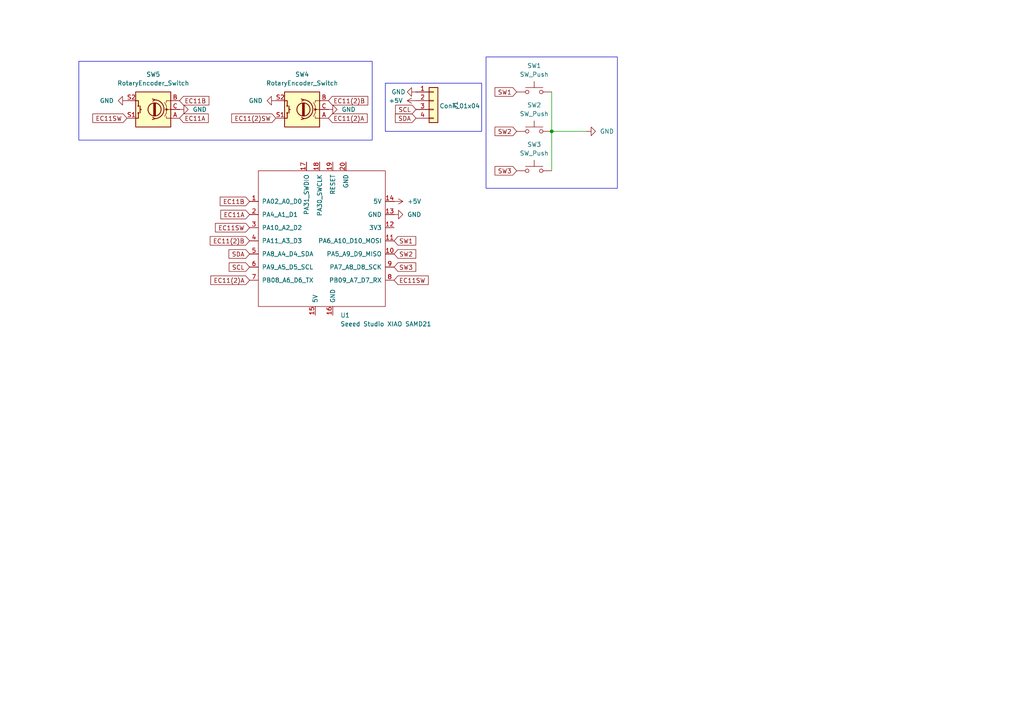
<source format=kicad_sch>
(kicad_sch (version 20231120) (generator "eeschema") (generator_version "8.0")
  (paper "A4")
  (lib_symbols
    (symbol "Connector_Generic:Conn_01x04" (pin_names (offset 1.016) hide)
      (property "Reference" "J" (at 0 5.08 0))
      (property "Value" "Conn_01x04" (at 0 -7.62 0))
      (symbol "Conn_01x04_1_1"
        (rectangle (start -1.27 -4.953) (end 0 -5.207) (stroke (width 0.1524)))
        (rectangle (start -1.27 -2.413) (end 0 -2.667) (stroke (width 0.1524)))
        (rectangle (start -1.27 0.127) (end 0 -0.127) (stroke (width 0.1524)))
        (rectangle (start -1.27 2.667) (end 0 2.413) (stroke (width 0.1524)))
        (rectangle (start -1.27 3.81) (end 1.27 -6.35) (stroke (width 0.254)) (fill (type background)))
        (pin passive line (at -5.08 2.54 0) (length 3.81) (name "Pin_1") (number "1"))
        (pin passive line (at -5.08 0 0) (length 3.81) (name "Pin_2") (number "2"))
        (pin passive line (at -5.08 -2.54 0) (length 3.81) (name "Pin_3") (number "3"))
        (pin passive line (at -5.08 -5.08 0) (length 3.81) (name "Pin_4") (number "4"))
      )
    )
    (symbol "Device:RotaryEncoder_Switch" (pin_names (offset 0.254) hide)
      (property "Reference" "SW" (at 0 6.604 0))
      (property "Value" "RotaryEncoder_Switch" (at 0 -6.604 0))
      (symbol "RotaryEncoder_Switch_0_1"
        (rectangle (start -5.08 5.08) (end 5.08 -5.08) (stroke (width 0.254)) (fill (type background)))
        (circle (center -3.81 0) (radius 0.254) (fill (type outline)))
        (circle (center -0.381 0) (radius 1.905) (stroke (width 0.254)))
        (arc (start -0.381 2.667) (mid -3.0988 -0.0635) (end -0.381 -2.794) (stroke (width 0.254)))
        (polyline (pts (xy -0.635 -1.778) (xy -0.635 1.778)) (stroke (width 0.254)))
        (polyline (pts (xy -0.381 -1.778) (xy -0.381 1.778)) (stroke (width 0.254)))
        (polyline (pts (xy -0.127 1.778) (xy -0.127 -1.778)) (stroke (width 0.254)))
        (polyline (pts (xy 3.81 0) (xy 3.429 0)) (stroke (width 0.254)))
        (polyline (pts (xy 3.81 1.016) (xy 3.81 -1.016)) (stroke (width 0.254)))
        (polyline (pts (xy -5.08 -2.54) (xy -3.81 -2.54) (xy -3.81 -2.032)))
        (polyline (pts (xy -5.08 2.54) (xy -3.81 2.54) (xy -3.81 2.032)))
        (polyline (pts (xy 0.254 -3.048) (xy -0.508 -2.794) (xy 0.127 -2.413)) (stroke (width 0.254)))
        (polyline (pts (xy 0.254 2.921) (xy -0.508 2.667) (xy 0.127 2.286)) (stroke (width 0.254)))
        (polyline (pts (xy 5.08 -2.54) (xy 4.318 -2.54) (xy 4.318 -1.016)) (stroke (width 0.254)))
        (polyline (pts (xy 5.08 2.54) (xy 4.318 2.54) (xy 4.318 1.016)) (stroke (width 0.254)))
        (polyline (pts (xy -5.08 0) (xy -3.81 0) (xy -3.81 -1.016) (xy -3.302 -2.032)))
        (polyline (pts (xy -4.318 0) (xy -3.81 0) (xy -3.81 1.016) (xy -3.302 2.032)))
        (circle (center 4.318 -1.016) (radius 0.127) (stroke (width 0.254)))
        (circle (center 4.318 1.016) (radius 0.127) (stroke (width 0.254)))
      )
      (symbol "RotaryEncoder_Switch_1_1"
        (pin passive line (at -7.62 2.54 0) (length 2.54) (name "A") (number "A"))
        (pin passive line (at -7.62 -2.54 0) (length 2.54) (name "B") (number "B"))
        (pin passive line (at -7.62 0 0) (length 2.54) (name "C") (number "C"))
        (pin passive line (at 7.62 2.54 180) (length 2.54) (name "S1") (number "S1"))
        (pin passive line (at 7.62 -2.54 180) (length 2.54) (name "S2") (number "S2"))
      )
    )
    (symbol "Seeed_Studio_XIAO_Series:Seeed Studio XIAO SAMD21" (pin_names (offset 1.016))
      (property "Reference" "U" (at -19.05 22.86 0))
      (property "Value" "Seeed Studio XIAO SAMD21" (at -12.7 21.59 0))
      (symbol "Seeed Studio XIAO SAMD21_0_1"
        (rectangle (start -19.05 20.32) (end 17.78 -19.05))
      )
      (symbol "Seeed Studio XIAO SAMD21_1_1"
        (pin unspecified line (at -21.59 11.43 0) (length 2.54) (name "PA02_A0_D0") (number "1"))
        (pin unspecified line (at 20.32 -3.81 180) (length 2.54) (name "PA5_A9_D9_MISO") (number "10"))
        (pin unspecified line (at 20.32 0 180) (length 2.54) (name "PA6_A10_D10_MOSI") (number "11"))
        (pin unspecified line (at 20.32 3.81 180) (length 2.54) (name "3V3") (number "12"))
        (pin unspecified line (at 20.32 7.62 180) (length 2.54) (name "GND") (number "13"))
        (pin unspecified line (at 20.32 11.43 180) (length 2.54) (name "5V") (number "14"))
        (pin input line (at -2.54 -21.59 90) (length 2.54) (name "5V") (number "15"))
        (pin input line (at 2.54 -21.59 90) (length 2.54) (name "GND") (number "16"))
        (pin input line (at -5.08 22.86 270) (length 2.54) (name "PA31_SWDIO") (number "17"))
        (pin input line (at -1.27 22.86 270) (length 2.54) (name "PA30_SWCLK") (number "18"))
        (pin input line (at 2.54 22.86 270) (length 2.54) (name "RESET") (number "19"))
        (pin unspecified line (at -21.59 7.62 0) (length 2.54) (name "PA4_A1_D1") (number "2"))
        (pin input line (at 6.35 22.86 270) (length 2.54) (name "GND") (number "20"))
        (pin unspecified line (at -21.59 3.81 0) (length 2.54) (name "PA10_A2_D2") (number "3"))
        (pin unspecified line (at -21.59 0 0) (length 2.54) (name "PA11_A3_D3") (number "4"))
        (pin unspecified line (at -21.59 -3.81 0) (length 2.54) (name "PA8_A4_D4_SDA") (number "5"))
        (pin unspecified line (at -21.59 -7.62 0) (length 2.54) (name "PA9_A5_D5_SCL") (number "6"))
        (pin unspecified line (at -21.59 -11.43 0) (length 2.54) (name "PB08_A6_D6_TX") (number "7"))
        (pin unspecified line (at 20.32 -11.43 180) (length 2.54) (name "PB09_A7_D7_RX") (number "8"))
        (pin unspecified line (at 20.32 -7.62 180) (length 2.54) (name "PA7_A8_D8_SCK") (number "9"))
      )
    )
    (symbol "Switch:SW_Push" (pin_numbers hide) (pin_names (offset 1.016) hide)
      (property "Reference" "SW" (at 1.27 2.54 0))
      (property "Value" "SW_Push" (at 0 -1.524 0))
      (symbol "SW_Push_0_1"
        (circle (center -2.032 0) (radius 0.508))
        (polyline (pts (xy 0 1.27) (xy 0 3.048)))
        (polyline (pts (xy 2.54 1.27) (xy -2.54 1.27)))
        (circle (center 2.032 0) (radius 0.508))
        (pin passive line (at -5.08 0 0) (length 2.54) (name "1") (number "1"))
        (pin passive line (at 5.08 0 180) (length 2.54) (name "2") (number "2"))
      )
    )
    (symbol "power:+5V" (power) (pin_numbers hide) (pin_names (offset 0) hide)
      (property "Value" "+5V" (at 0 3.556 0))
      (symbol "+5V_0_1"
        (polyline (pts (xy -0.762 1.27) (xy 0 2.54)))
        (polyline (pts (xy 0 0) (xy 0 2.54)))
        (polyline (pts (xy 0 2.54) (xy 0.762 1.27)))
      )
      (symbol "+5V_1_1"
        (pin power_in line (at 0 0 90) (length 0) (name "~") (number "1"))
      )
    )
    (symbol "power:GND" (power) (pin_numbers hide) (pin_names (offset 0) hide)
      (property "Value" "GND" (at 0 -3.81 0))
      (symbol "GND_0_1"
        (polyline (pts (xy 0 0) (xy 0 -1.27) (xy 1.27 -1.27) (xy 0 -2.54) (xy -1.27 -1.27) (xy 0 -1.27)))
      )
      (symbol "GND_1_1"
        (pin power_in line (at 0 0 270) (length 0) (name "~") (number "1"))
      )
    )
  )
  (junction (at 160.02 38.1))
  (wire (pts (xy 160.02 38.1) (xy 160.02 49.53)))
  (wire (pts (xy 160.02 38.1) (xy 170.18 38.1)))
  (wire (pts (xy 160.02 26.67) (xy 160.02 38.1)))
  (rectangle (start 22.86 17.78) (end 107.95 40.64))
  (rectangle (start 140.97 16.51) (end 179.07 54.61))
  (rectangle (start 111.76 24.13) (end 139.7 38.1))
  (global_label "SW3" (shape input) (at 149.86 49.53 180) (property "Intersheetrefs" "${INTERSHEET_REFS}" (effects (hide yes))))
  (global_label "SW1" (shape input) (at 114.3 69.85 0) (property "Intersheetrefs" "${INTERSHEET_REFS}" (effects (hide yes))))
  (global_label "EC11B" (shape input) (at 52.07 29.21 0) (property "Intersheetrefs" "${INTERSHEET_REFS}" (effects (hide yes))))
  (global_label "SW2" (shape input) (at 114.3 73.66 0) (property "Intersheetrefs" "${INTERSHEET_REFS}" (effects (hide yes))))
  (global_label "EC11(2)SW" (shape input) (at 80.01 34.29 180) (property "Intersheetrefs" "${INTERSHEET_REFS}" (effects (hide yes))))
  (global_label "EC11(2)B" (shape input) (at 72.39 69.85 180) (property "Intersheetrefs" "${INTERSHEET_REFS}" (effects (hide yes))))
  (global_label "EC11SW" (shape input) (at 72.39 66.04 180) (property "Intersheetrefs" "${INTERSHEET_REFS}" (effects (hide yes))))
  (global_label "EC11A" (shape input) (at 72.39 62.23 180) (property "Intersheetrefs" "${INTERSHEET_REFS}" (effects (hide yes))))
  (global_label "EC11SW" (shape input) (at 114.3 81.28 0) (property "Intersheetrefs" "${INTERSHEET_REFS}" (effects (hide yes))))
  (global_label "SDA" (shape input) (at 72.39 73.66 180) (property "Intersheetrefs" "${INTERSHEET_REFS}" (effects (hide yes))))
  (global_label "SCL" (shape input) (at 120.65 31.75 180) (property "Intersheetrefs" "${INTERSHEET_REFS}" (effects (hide yes))))
  (global_label "SW3" (shape input) (at 114.3 77.47 0) (property "Intersheetrefs" "${INTERSHEET_REFS}" (effects (hide yes))))
  (global_label "SW1" (shape input) (at 149.86 26.67 180) (property "Intersheetrefs" "${INTERSHEET_REFS}" (effects (hide yes))))
  (global_label "EC11(2)A" (shape input) (at 72.39 81.28 180) (property "Intersheetrefs" "${INTERSHEET_REFS}" (effects (hide yes))))
  (global_label "EC11(2)A" (shape input) (at 95.25 34.29 0) (property "Intersheetrefs" "${INTERSHEET_REFS}" (effects (hide yes))))
  (global_label "EC11SW" (shape input) (at 36.83 34.29 180) (property "Intersheetrefs" "${INTERSHEET_REFS}" (effects (hide yes))))
  (global_label "SW2" (shape input) (at 149.86 38.1 180) (property "Intersheetrefs" "${INTERSHEET_REFS}" (effects (hide yes))))
  (global_label "EC11(2)B" (shape input) (at 95.25 29.21 0) (property "Intersheetrefs" "${INTERSHEET_REFS}" (effects (hide yes))))
  (global_label "EC11A" (shape input) (at 52.07 34.29 0) (property "Intersheetrefs" "${INTERSHEET_REFS}" (effects (hide yes))))
  (global_label "SDA" (shape input) (at 120.65 34.29 180) (property "Intersheetrefs" "${INTERSHEET_REFS}" (effects (hide yes))))
  (global_label "EC11B" (shape input) (at 72.39 58.42 180) (property "Intersheetrefs" "${INTERSHEET_REFS}" (effects (hide yes))))
  (global_label "SCL" (shape input) (at 72.39 77.47 180) (property "Intersheetrefs" "${INTERSHEET_REFS}" (effects (hide yes))))
  (symbol (lib_id "Device:RotaryEncoder_Switch") (at 87.63 31.75 180) (unit 1)
    (property "Reference" "SW4" (at 87.63 21.59 0))
    (property "Value" "RotaryEncoder_Switch" (at 87.63 24.13 0))
    (property "Footprint" "Rotary_Encoder:RotaryEncoder_Alps_EC11E-Switch_Vertical_H20mm" (effects (hide yes)))
    (property "Description" "Rotary encoder, dual channel, incremental quadrate outputs, with switch" (effects (hide yes)))
  )
  (symbol (lib_id "power:GND") (at 52.07 31.75 90) (unit 1)
    (property "Reference" "#PWR03" (effects (hide yes)))
    (property "Value" "GND" (at 55.88 31.7499 90) (effects (justify right)))
    (property "Description" "Power symbol creates a global label with name \"GND\" , ground" (effects (hide yes)))
  )
  (symbol (lib_id "power:GND") (at 170.18 38.1 90) (unit 1)
    (property "Reference" "#PWR01" (effects (hide yes)))
    (property "Value" "GND" (at 173.99 38.0999 90) (effects (justify right)))
    (property "Description" "Power symbol creates a global label with name \"GND\" , ground" (effects (hide yes)))
  )
  (symbol (lib_id "power:GND") (at 95.25 31.75 90) (unit 1)
    (property "Reference" "#PWR08" (effects (hide yes)))
    (property "Value" "GND" (at 99.06 31.7499 90) (effects (justify right)))
    (property "Description" "Power symbol creates a global label with name \"GND\" , ground" (effects (hide yes)))
  )
  (symbol (lib_id "power:GND") (at 36.83 29.21 270) (unit 1)
    (property "Reference" "#PWR04" (effects (hide yes)))
    (property "Value" "GND" (at 33.02 29.2099 90) (effects (justify right)))
    (property "Description" "Power symbol creates a global label with name \"GND\" , ground" (effects (hide yes)))
  )
  (symbol (lib_id "Connector_Generic:Conn_01x04") (at 125.73 29.21 0) (unit 1)
    (property "Reference" "J1" (at 132.08 30.48 90))
    (property "Value" "Conn_01x04" (at 133.35 30.734 0))
    (property "Footprint" "test:SSD1306-0.91-OLED-4pin-128x32" (effects (hide yes)))
    (property "Description" "Generic connector, single row, 01x04, script generated (kicad-library-utils/schlib/autogen/connector/)" (effects (hide yes)))
  )
  (symbol (lib_id "power:GND") (at 80.01 29.21 270) (unit 1)
    (property "Reference" "#PWR09" (effects (hide yes)))
    (property "Value" "GND" (at 76.2 29.2099 90) (effects (justify right)))
    (property "Description" "Power symbol creates a global label with name \"GND\" , ground" (effects (hide yes)))
  )
  (symbol (lib_id "power:+5V") (at 120.65 29.21 90) (unit 1)
    (property "Reference" "#PWR06" (effects (hide yes)))
    (property "Value" "+5V" (at 116.84 29.2099 90) (effects (justify left)))
    (property "Description" "Power symbol creates a global label with name \"+5V\"" (effects (hide yes)))
  )
  (symbol (lib_id "Switch:SW_Push") (at 154.94 49.53 0) (unit 1)
    (property "Reference" "SW3" (at 154.94 41.91 0))
    (property "Value" "SW_Push" (at 154.94 44.45 0))
    (property "Footprint" "Button_Switch_Keyboard:SW_Cherry_MX_1.00u_PCB" (effects (hide yes)))
    (property "Description" "Push button switch, generic, two pins" (effects (hide yes)))
  )
  (symbol (lib_id "power:GND") (at 120.65 26.67 270) (unit 1)
    (property "Reference" "#PWR05" (effects (hide yes)))
    (property "Value" "GND" (at 115.57 26.67 90))
    (property "Description" "Power symbol creates a global label with name \"GND\" , ground" (effects (hide yes)))
  )
  (symbol (lib_id "Device:RotaryEncoder_Switch") (at 44.45 31.75 180) (unit 1)
    (property "Reference" "SW5" (at 44.45 21.59 0))
    (property "Value" "RotaryEncoder_Switch" (at 44.45 24.13 0))
    (property "Footprint" "Rotary_Encoder:RotaryEncoder_Alps_EC11E-Switch_Vertical_H20mm" (effects (hide yes)))
    (property "Description" "Rotary encoder, dual channel, incremental quadrate outputs, with switch" (effects (hide yes)))
  )
  (symbol (lib_id "power:GND") (at 114.3 62.23 90) (unit 1)
    (property "Reference" "#PWR02" (effects (hide yes)))
    (property "Value" "GND" (at 118.11 62.2299 90) (effects (justify right)))
    (property "Description" "Power symbol creates a global label with name \"GND\" , ground" (effects (hide yes)))
  )
  (symbol (lib_id "power:+5V") (at 114.3 58.42 270) (unit 1)
    (property "Reference" "#PWR07" (effects (hide yes)))
    (property "Value" "+5V" (at 118.11 58.4199 90) (effects (justify left)))
    (property "Description" "Power symbol creates a global label with name \"+5V\"" (effects (hide yes)))
  )
  (symbol (lib_id "Switch:SW_Push") (at 154.94 38.1 0) (unit 1)
    (property "Reference" "SW2" (at 154.94 30.48 0))
    (property "Value" "SW_Push" (at 154.94 33.02 0))
    (property "Footprint" "Button_Switch_Keyboard:SW_Cherry_MX_1.00u_PCB" (effects (hide yes)))
    (property "Description" "Push button switch, generic, two pins" (effects (hide yes)))
  )
  (symbol (lib_id "Switch:SW_Push") (at 154.94 26.67 0) (unit 1)
    (property "Reference" "SW1" (at 154.94 19.05 0))
    (property "Value" "SW_Push" (at 154.94 21.59 0))
    (property "Footprint" "Button_Switch_Keyboard:SW_Cherry_MX_1.00u_PCB" (effects (hide yes)))
    (property "Description" "Push button switch, generic, two pins" (effects (hide yes)))
  )
  (symbol (lib_id "Seeed_Studio_XIAO_Series:Seeed Studio XIAO SAMD21") (at 93.98 69.85 0) (unit 1)
    (property "Reference" "U1" (at 98.7141 91.44 0) (effects (justify left)))
    (property "Value" "Seeed Studio XIAO SAMD21" (at 98.7141 93.98 0) (effects (justify left)))
    (property "Footprint" "Seeed Studio XIAO Series Library:XIAO-Generic-Thruhole-14P-2.54-21X17.8MM" (effects (hide yes)))
  )
)
</source>
